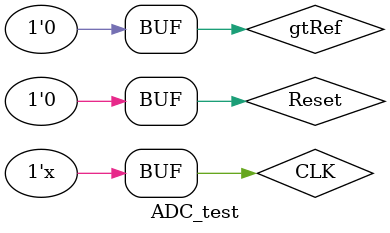
<source format=v>
`timescale 1us / 100ns
`include "ADC.v"

module ADC_test;

	// Inputs
	reg Reset;
	reg CLK;
	reg gtRef;

	// Outputs
	wire [6:0] ADCout;
	wire DACout;
	wire ADCsampled;

	// Instantiate the Unit Under Test (UUT)
	ADC uut (
		.ADCout(ADCout), 
		.DACout(DACout), 
		.ADCsampled(ADCsampled), 
		.Reset(Reset), 
		.CLK(CLK), 
		.gtRef(gtRef)
	);

	always #1 CLK = ~CLK;

	initial begin
		// Initialize Inputs
		Reset = 0;
		CLK = 0;
		gtRef = 0;

		// Wait 100 ns for global reset to finish
		#100;
        
		// Add stimulus here
		Reset = 1'b1;
		#100;
		Reset = 1'b0;
		
		#256;
		gtRef = 1;
		#512;
		gtRef = 0;
		#1100;
		gtRef = 1;
		#256;
		gtRef = 0;
	end
      
endmodule


</source>
